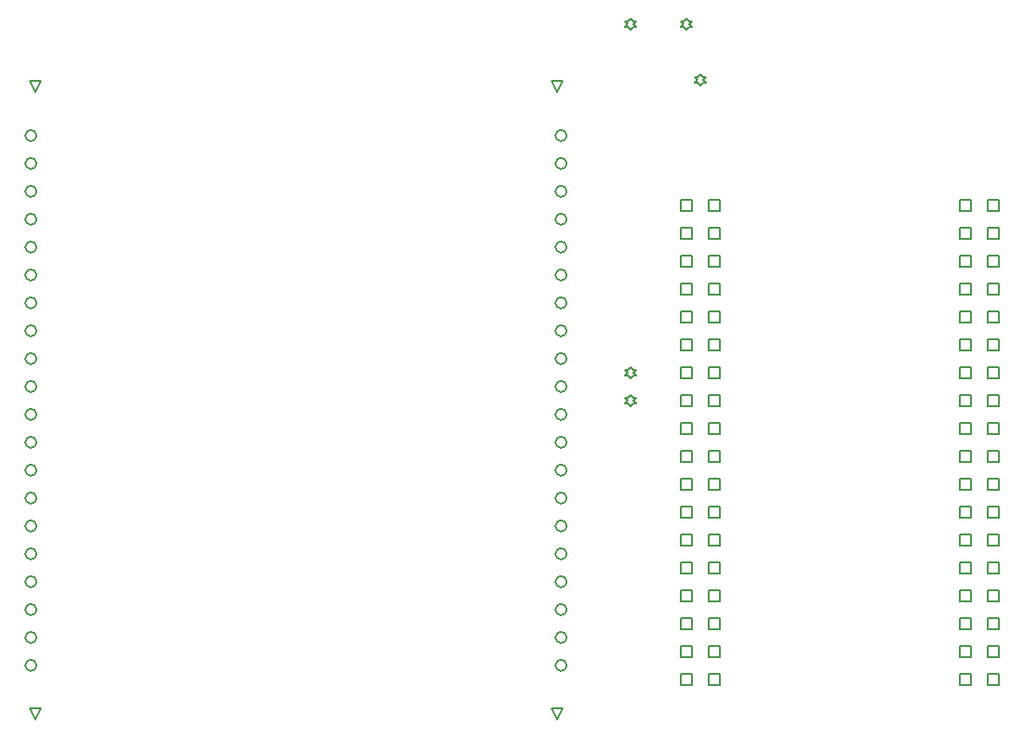
<source format=gbr>
G04*
G04 #@! TF.GenerationSoftware,Altium Limited,Altium Designer,25.5.2 (35)*
G04*
G04 Layer_Color=2752767*
%FSLAX25Y25*%
%MOIN*%
G70*
G04*
G04 #@! TF.SameCoordinates,B2316909-82D1-4C6C-8CF9-3FEF708230A5*
G04*
G04*
G04 #@! TF.FilePolarity,Positive*
G04*
G01*
G75*
%ADD11C,0.00500*%
%ADD31C,0.00667*%
D11*
X258000Y218000D02*
Y222000D01*
X262000D01*
Y218000D01*
X258000D01*
X268000D02*
Y222000D01*
X272000D01*
Y218000D01*
X268000D01*
X258000Y208000D02*
Y212000D01*
X262000D01*
Y208000D01*
X258000D01*
X268000D02*
Y212000D01*
X272000D01*
Y208000D01*
X268000D01*
X258000Y198000D02*
Y202000D01*
X262000D01*
Y198000D01*
X258000D01*
X268000D02*
Y202000D01*
X272000D01*
Y198000D01*
X268000D01*
X258000Y188000D02*
Y192000D01*
X262000D01*
Y188000D01*
X258000D01*
X268000D02*
Y192000D01*
X272000D01*
Y188000D01*
X268000D01*
X258000Y178000D02*
Y182000D01*
X262000D01*
Y178000D01*
X258000D01*
X268000D02*
Y182000D01*
X272000D01*
Y178000D01*
X268000D01*
X258000Y168000D02*
Y172000D01*
X262000D01*
Y168000D01*
X258000D01*
X268000D02*
Y172000D01*
X272000D01*
Y168000D01*
X268000D01*
X258000Y158000D02*
Y162000D01*
X262000D01*
Y158000D01*
X258000D01*
X268000D02*
Y162000D01*
X272000D01*
Y158000D01*
X268000D01*
X258000Y148000D02*
Y152000D01*
X262000D01*
Y148000D01*
X258000D01*
X268000D02*
Y152000D01*
X272000D01*
Y148000D01*
X268000D01*
X258000Y138000D02*
Y142000D01*
X262000D01*
Y138000D01*
X258000D01*
X268000D02*
Y142000D01*
X272000D01*
Y138000D01*
X268000D01*
X258000Y128000D02*
Y132000D01*
X262000D01*
Y128000D01*
X258000D01*
X268000D02*
Y132000D01*
X272000D01*
Y128000D01*
X268000D01*
X258000Y118000D02*
Y122000D01*
X262000D01*
Y118000D01*
X258000D01*
X268000D02*
Y122000D01*
X272000D01*
Y118000D01*
X268000D01*
X258000Y108000D02*
Y112000D01*
X262000D01*
Y108000D01*
X258000D01*
X268000D02*
Y112000D01*
X272000D01*
Y108000D01*
X268000D01*
X258000Y98000D02*
Y102000D01*
X262000D01*
Y98000D01*
X258000D01*
X268000D02*
Y102000D01*
X272000D01*
Y98000D01*
X268000D01*
X258000Y88000D02*
Y92000D01*
X262000D01*
Y88000D01*
X258000D01*
X268000D02*
Y92000D01*
X272000D01*
Y88000D01*
X268000D01*
X258000Y78000D02*
Y82000D01*
X262000D01*
Y78000D01*
X258000D01*
X268000D02*
Y82000D01*
X272000D01*
Y78000D01*
X268000D01*
X258000Y68000D02*
Y72000D01*
X262000D01*
Y68000D01*
X258000D01*
X268000D02*
Y72000D01*
X272000D01*
Y68000D01*
X268000D01*
X258000Y58000D02*
Y62000D01*
X262000D01*
Y58000D01*
X258000D01*
X268000D02*
Y62000D01*
X272000D01*
Y58000D01*
X268000D01*
X258000Y48000D02*
Y52000D01*
X262000D01*
Y48000D01*
X258000D01*
X268000D02*
Y52000D01*
X272000D01*
Y48000D01*
X268000D01*
X358000Y218000D02*
Y222000D01*
X362000D01*
Y218000D01*
X358000D01*
X368000D02*
Y222000D01*
X372000D01*
Y218000D01*
X368000D01*
X358000Y208000D02*
Y212000D01*
X362000D01*
Y208000D01*
X358000D01*
X368000D02*
Y212000D01*
X372000D01*
Y208000D01*
X368000D01*
X358000Y198000D02*
Y202000D01*
X362000D01*
Y198000D01*
X358000D01*
X368000D02*
Y202000D01*
X372000D01*
Y198000D01*
X368000D01*
X358000Y188000D02*
Y192000D01*
X362000D01*
Y188000D01*
X358000D01*
X368000D02*
Y192000D01*
X372000D01*
Y188000D01*
X368000D01*
X358000Y178000D02*
Y182000D01*
X362000D01*
Y178000D01*
X358000D01*
X368000D02*
Y182000D01*
X372000D01*
Y178000D01*
X368000D01*
X358000Y168000D02*
Y172000D01*
X362000D01*
Y168000D01*
X358000D01*
X368000D02*
Y172000D01*
X372000D01*
Y168000D01*
X368000D01*
X358000Y158000D02*
Y162000D01*
X362000D01*
Y158000D01*
X358000D01*
X368000D02*
Y162000D01*
X372000D01*
Y158000D01*
X368000D01*
X358000Y148000D02*
Y152000D01*
X362000D01*
Y148000D01*
X358000D01*
X368000D02*
Y152000D01*
X372000D01*
Y148000D01*
X368000D01*
X358000Y138000D02*
Y142000D01*
X362000D01*
Y138000D01*
X358000D01*
X368000D02*
Y142000D01*
X372000D01*
Y138000D01*
X368000D01*
X358000Y128000D02*
Y132000D01*
X362000D01*
Y128000D01*
X358000D01*
X368000D02*
Y132000D01*
X372000D01*
Y128000D01*
X368000D01*
X358000Y118000D02*
Y122000D01*
X362000D01*
Y118000D01*
X358000D01*
X368000D02*
Y122000D01*
X372000D01*
Y118000D01*
X368000D01*
X358000Y108000D02*
Y112000D01*
X362000D01*
Y108000D01*
X358000D01*
X368000D02*
Y112000D01*
X372000D01*
Y108000D01*
X368000D01*
X358000Y98000D02*
Y102000D01*
X362000D01*
Y98000D01*
X358000D01*
X368000D02*
Y102000D01*
X372000D01*
Y98000D01*
X368000D01*
X358000Y88000D02*
Y92000D01*
X362000D01*
Y88000D01*
X358000D01*
X368000D02*
Y92000D01*
X372000D01*
Y88000D01*
X368000D01*
X358000Y78000D02*
Y82000D01*
X362000D01*
Y78000D01*
X358000D01*
X368000D02*
Y82000D01*
X372000D01*
Y78000D01*
X368000D01*
X358000Y68000D02*
Y72000D01*
X362000D01*
Y68000D01*
X358000D01*
X368000D02*
Y72000D01*
X372000D01*
Y68000D01*
X368000D01*
X358000Y58000D02*
Y62000D01*
X362000D01*
Y58000D01*
X358000D01*
X368000D02*
Y62000D01*
X372000D01*
Y58000D01*
X368000D01*
X358000Y48000D02*
Y52000D01*
X362000D01*
Y48000D01*
X358000D01*
X368000D02*
Y52000D01*
X372000D01*
Y48000D01*
X368000D01*
X26500Y35500D02*
X24500Y39500D01*
X28500D01*
X26500Y35500D01*
X213500D02*
X211500Y39500D01*
X215500D01*
X213500Y35500D01*
X26500Y260500D02*
X24500Y264500D01*
X28500D01*
X26500Y260500D01*
X213500D02*
X211500Y264500D01*
X215500D01*
X213500Y260500D01*
X240000Y283000D02*
X241000Y284000D01*
X242000D01*
X241000Y285000D01*
X242000Y286000D01*
X241000D01*
X240000Y287000D01*
X239000Y286000D01*
X238000D01*
X239000Y285000D01*
X238000Y284000D01*
X239000D01*
X240000Y283000D01*
X260000D02*
X261000Y284000D01*
X262000D01*
X261000Y285000D01*
X262000Y286000D01*
X261000D01*
X260000Y287000D01*
X259000Y286000D01*
X258000D01*
X259000Y285000D01*
X258000Y284000D01*
X259000D01*
X260000Y283000D01*
X265000Y263000D02*
X266000Y264000D01*
X267000D01*
X266000Y265000D01*
X267000Y266000D01*
X266000D01*
X265000Y267000D01*
X264000Y266000D01*
X263000D01*
X264000Y265000D01*
X263000Y264000D01*
X264000D01*
X265000Y263000D01*
X240000Y158000D02*
X241000Y159000D01*
X242000D01*
X241000Y160000D01*
X242000Y161000D01*
X241000D01*
X240000Y162000D01*
X239000Y161000D01*
X238000D01*
X239000Y160000D01*
X238000Y159000D01*
X239000D01*
X240000Y158000D01*
Y148000D02*
X241000Y149000D01*
X242000D01*
X241000Y150000D01*
X242000Y151000D01*
X241000D01*
X240000Y152000D01*
X239000Y151000D01*
X238000D01*
X239000Y150000D01*
X238000Y149000D01*
X239000D01*
X240000Y148000D01*
D31*
X27000Y55000D02*
G03*
X27000Y55000I-2000J0D01*
G01*
Y145000D02*
G03*
X27000Y145000I-2000J0D01*
G01*
Y135000D02*
G03*
X27000Y135000I-2000J0D01*
G01*
Y125000D02*
G03*
X27000Y125000I-2000J0D01*
G01*
Y115000D02*
G03*
X27000Y115000I-2000J0D01*
G01*
Y105000D02*
G03*
X27000Y105000I-2000J0D01*
G01*
Y95000D02*
G03*
X27000Y95000I-2000J0D01*
G01*
Y85000D02*
G03*
X27000Y85000I-2000J0D01*
G01*
Y75000D02*
G03*
X27000Y75000I-2000J0D01*
G01*
Y65000D02*
G03*
X27000Y65000I-2000J0D01*
G01*
Y155000D02*
G03*
X27000Y155000I-2000J0D01*
G01*
Y165000D02*
G03*
X27000Y165000I-2000J0D01*
G01*
Y175000D02*
G03*
X27000Y175000I-2000J0D01*
G01*
Y185000D02*
G03*
X27000Y185000I-2000J0D01*
G01*
Y195000D02*
G03*
X27000Y195000I-2000J0D01*
G01*
Y205000D02*
G03*
X27000Y205000I-2000J0D01*
G01*
Y215000D02*
G03*
X27000Y215000I-2000J0D01*
G01*
Y225000D02*
G03*
X27000Y225000I-2000J0D01*
G01*
Y235000D02*
G03*
X27000Y235000I-2000J0D01*
G01*
Y245000D02*
G03*
X27000Y245000I-2000J0D01*
G01*
X217000Y55000D02*
G03*
X217000Y55000I-2000J0D01*
G01*
Y65000D02*
G03*
X217000Y65000I-2000J0D01*
G01*
Y75000D02*
G03*
X217000Y75000I-2000J0D01*
G01*
Y85000D02*
G03*
X217000Y85000I-2000J0D01*
G01*
Y95000D02*
G03*
X217000Y95000I-2000J0D01*
G01*
Y105000D02*
G03*
X217000Y105000I-2000J0D01*
G01*
Y115000D02*
G03*
X217000Y115000I-2000J0D01*
G01*
Y125000D02*
G03*
X217000Y125000I-2000J0D01*
G01*
Y135000D02*
G03*
X217000Y135000I-2000J0D01*
G01*
Y145000D02*
G03*
X217000Y145000I-2000J0D01*
G01*
Y155000D02*
G03*
X217000Y155000I-2000J0D01*
G01*
Y165000D02*
G03*
X217000Y165000I-2000J0D01*
G01*
Y175000D02*
G03*
X217000Y175000I-2000J0D01*
G01*
Y185000D02*
G03*
X217000Y185000I-2000J0D01*
G01*
Y195000D02*
G03*
X217000Y195000I-2000J0D01*
G01*
Y205000D02*
G03*
X217000Y205000I-2000J0D01*
G01*
Y215000D02*
G03*
X217000Y215000I-2000J0D01*
G01*
Y225000D02*
G03*
X217000Y225000I-2000J0D01*
G01*
Y235000D02*
G03*
X217000Y235000I-2000J0D01*
G01*
Y245000D02*
G03*
X217000Y245000I-2000J0D01*
G01*
M02*

</source>
